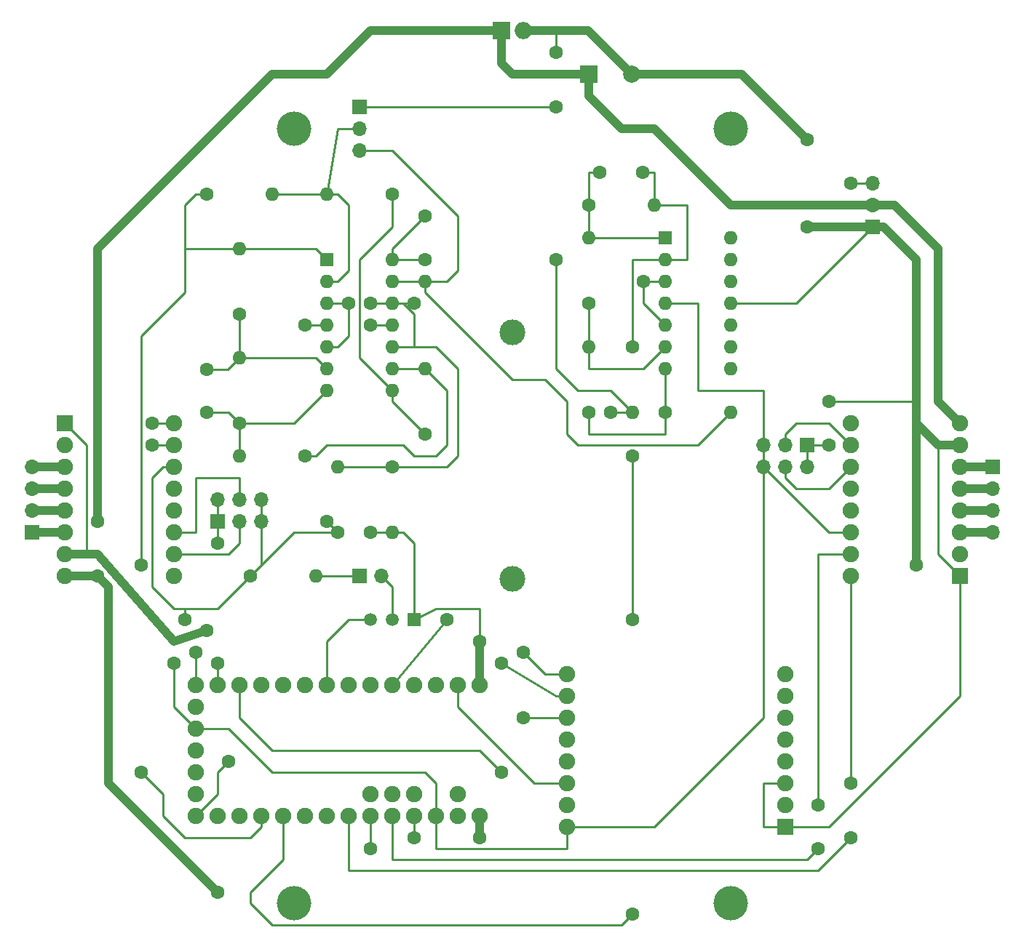
<source format=gbr>
G04 #@! TF.FileFunction,Copper,L2,Bot,Signal*
%FSLAX46Y46*%
G04 Gerber Fmt 4.6, Leading zero omitted, Abs format (unit mm)*
G04 Created by KiCad (PCBNEW 4.0.2-stable) date 6/22/2017 12:23:36 PM*
%MOMM*%
G01*
G04 APERTURE LIST*
%ADD10C,0.100000*%
%ADD11C,4.000000*%
%ADD12C,3.000000*%
%ADD13C,1.600000*%
%ADD14R,2.000000X2.000000*%
%ADD15C,2.000000*%
%ADD16R,1.700000X1.700000*%
%ADD17O,1.700000X1.700000*%
%ADD18O,1.998980X1.998980*%
%ADD19R,1.998980X1.998980*%
%ADD20C,1.520000*%
%ADD21R,1.520000X1.520000*%
%ADD22O,1.600000X1.600000*%
%ADD23C,1.900000*%
%ADD24R,1.600000X1.600000*%
%ADD25R,1.900000X1.900000*%
%ADD26C,0.250000*%
%ADD27C,1.000000*%
G04 APERTURE END LIST*
D10*
D11*
X163830000Y-52070000D03*
X113030000Y-52070000D03*
X113030000Y-142240000D03*
D12*
X138430000Y-75750000D03*
X138430000Y-104400000D03*
D13*
X102870000Y-85090000D03*
X102870000Y-80090000D03*
X148590000Y-57150000D03*
X153590000Y-57150000D03*
D14*
X147320000Y-45720000D03*
D15*
X152320000Y-45720000D03*
D16*
X120650000Y-49530000D03*
D17*
X120650000Y-52070000D03*
X120650000Y-54610000D03*
D16*
X180340000Y-63500000D03*
D17*
X180340000Y-60960000D03*
X180340000Y-58420000D03*
D18*
X139700000Y-40640000D03*
D19*
X137160000Y-40640000D03*
D16*
X120650000Y-104140000D03*
D17*
X123190000Y-104140000D03*
D16*
X82550000Y-99060000D03*
D17*
X82550000Y-96520000D03*
X82550000Y-93980000D03*
X82550000Y-91440000D03*
D16*
X194310000Y-91440000D03*
D17*
X194310000Y-93980000D03*
X194310000Y-96520000D03*
X194310000Y-99060000D03*
D20*
X124460000Y-109220000D03*
X121920000Y-109220000D03*
D21*
X127000000Y-109220000D03*
D13*
X106680000Y-73660000D03*
D22*
X106680000Y-66040000D03*
D13*
X106680000Y-86360000D03*
D22*
X106680000Y-78740000D03*
D13*
X114300000Y-90170000D03*
D22*
X106680000Y-90170000D03*
D13*
X128270000Y-87630000D03*
D22*
X128270000Y-80010000D03*
D13*
X152400000Y-77470000D03*
D22*
X152400000Y-85090000D03*
D13*
X147320000Y-60960000D03*
D22*
X154940000Y-60960000D03*
D13*
X147320000Y-72390000D03*
D22*
X147320000Y-64770000D03*
D13*
X147320000Y-85090000D03*
D22*
X147320000Y-77470000D03*
D13*
X107950000Y-104140000D03*
D22*
X115570000Y-104140000D03*
D13*
X124460000Y-59690000D03*
D22*
X116840000Y-59690000D03*
D13*
X156210000Y-85090000D03*
D22*
X163830000Y-85090000D03*
D13*
X118110000Y-99060000D03*
D22*
X118110000Y-91440000D03*
D13*
X124460000Y-91440000D03*
D22*
X124460000Y-99060000D03*
D13*
X102870000Y-59690000D03*
D22*
X110490000Y-59690000D03*
D13*
X128270000Y-62230000D03*
D22*
X128270000Y-69850000D03*
D23*
X121920000Y-129540000D03*
X124460000Y-129540000D03*
X127000000Y-129540000D03*
X132080000Y-129540000D03*
X101600000Y-119380000D03*
X101600000Y-121920000D03*
X101600000Y-124460000D03*
X101600000Y-127000000D03*
X101600000Y-129540000D03*
X132080000Y-116840000D03*
X129540000Y-116840000D03*
X127000000Y-116840000D03*
X124460000Y-116840000D03*
X121920000Y-116840000D03*
X119380000Y-116840000D03*
X116840000Y-116840000D03*
X114300000Y-116840000D03*
X111760000Y-116840000D03*
X109220000Y-116840000D03*
X106680000Y-116840000D03*
X104140000Y-116840000D03*
X101600000Y-116840000D03*
X101600000Y-132080000D03*
X104140000Y-132080000D03*
X106680000Y-132080000D03*
X109220000Y-132080000D03*
X111760000Y-132080000D03*
X114300000Y-132080000D03*
X116840000Y-132080000D03*
X119380000Y-132080000D03*
X121920000Y-132080000D03*
X124460000Y-132080000D03*
X127000000Y-132080000D03*
X129540000Y-132080000D03*
X132080000Y-132080000D03*
X134620000Y-132080000D03*
X134620000Y-116840000D03*
D24*
X116840000Y-67310000D03*
D22*
X124460000Y-82550000D03*
X116840000Y-69850000D03*
X124460000Y-80010000D03*
X116840000Y-72390000D03*
X124460000Y-77470000D03*
X116840000Y-74930000D03*
X124460000Y-74930000D03*
X116840000Y-77470000D03*
X124460000Y-72390000D03*
X116840000Y-80010000D03*
X124460000Y-69850000D03*
X116840000Y-82550000D03*
X124460000Y-67310000D03*
D24*
X156210000Y-64770000D03*
D22*
X163830000Y-80010000D03*
X156210000Y-67310000D03*
X163830000Y-77470000D03*
X156210000Y-69850000D03*
X163830000Y-74930000D03*
X156210000Y-72390000D03*
X163830000Y-72390000D03*
X156210000Y-74930000D03*
X163830000Y-69850000D03*
X156210000Y-77470000D03*
X163830000Y-67310000D03*
X156210000Y-80010000D03*
X163830000Y-64770000D03*
D16*
X104140000Y-97790000D03*
D17*
X104140000Y-95250000D03*
X106680000Y-97790000D03*
X106680000Y-95250000D03*
X109220000Y-97790000D03*
X109220000Y-95250000D03*
D16*
X172720000Y-88900000D03*
D17*
X172720000Y-91440000D03*
X170180000Y-88900000D03*
X170180000Y-91440000D03*
X167640000Y-88900000D03*
X167640000Y-91440000D03*
D11*
X163830000Y-142240000D03*
D23*
X177800000Y-86360000D03*
X177800000Y-88900000D03*
X177800000Y-91440000D03*
X177800000Y-93980000D03*
X177800000Y-96520000D03*
X177800000Y-99060000D03*
X177800000Y-101600000D03*
X177800000Y-104140000D03*
D25*
X190500000Y-104140000D03*
D23*
X190500000Y-101600000D03*
X190500000Y-99060000D03*
X190500000Y-96520000D03*
X190500000Y-93980000D03*
X190500000Y-91440000D03*
X190500000Y-88900000D03*
X190500000Y-86360000D03*
X99060000Y-104140000D03*
X99060000Y-101600000D03*
X99060000Y-99060000D03*
X99060000Y-96520000D03*
X99060000Y-93980000D03*
X99060000Y-91440000D03*
X99060000Y-88900000D03*
X99060000Y-86360000D03*
D25*
X86360000Y-86360000D03*
D23*
X86360000Y-88900000D03*
X86360000Y-91440000D03*
X86360000Y-93980000D03*
X86360000Y-96520000D03*
X86360000Y-99060000D03*
X86360000Y-101600000D03*
X86360000Y-104140000D03*
X144780000Y-115570000D03*
X144780000Y-118110000D03*
X144780000Y-120650000D03*
X144780000Y-123190000D03*
X144780000Y-125730000D03*
X144780000Y-128270000D03*
X144780000Y-130810000D03*
X144780000Y-133350000D03*
D25*
X170180000Y-133350000D03*
D23*
X170180000Y-130810000D03*
X170180000Y-128270000D03*
X170180000Y-125730000D03*
X170180000Y-123190000D03*
X170180000Y-120650000D03*
X170180000Y-118110000D03*
X170180000Y-115570000D03*
D13*
X90170000Y-97790000D03*
X134620000Y-134620000D03*
X104140000Y-140970000D03*
X90170000Y-104140000D03*
X143510000Y-43180000D03*
X143510000Y-49530000D03*
X172720000Y-63500000D03*
X172720000Y-53340000D03*
X121920000Y-99060000D03*
X121920000Y-74930000D03*
X134620000Y-111760000D03*
X104140000Y-100330000D03*
X102870000Y-110490000D03*
X185420000Y-102870000D03*
X175260000Y-83820000D03*
X175260000Y-88900000D03*
X177800000Y-58420000D03*
X130810000Y-109220000D03*
X95250000Y-127000000D03*
X95250000Y-102870000D03*
X149860000Y-85090000D03*
X152400000Y-90170000D03*
X152400000Y-109220000D03*
X152400000Y-143510000D03*
X143510000Y-67310000D03*
X128270000Y-67310000D03*
X100330000Y-109220000D03*
X99060000Y-114300000D03*
X116840000Y-97790000D03*
X114300000Y-74930000D03*
X121920000Y-72390000D03*
X119380000Y-72390000D03*
X127000000Y-72390000D03*
X153670000Y-69850000D03*
X137160000Y-127000000D03*
X104140000Y-114300000D03*
X137160000Y-114300000D03*
X101600000Y-113030000D03*
X139700000Y-113030000D03*
X105410000Y-125730000D03*
X139700000Y-120650000D03*
X177800000Y-128270000D03*
X177800000Y-134620000D03*
X96520000Y-86360000D03*
X121920000Y-135890000D03*
X173990000Y-135890000D03*
X173990000Y-130810000D03*
X96520000Y-88900000D03*
X127000000Y-134620000D03*
D26*
X106680000Y-86360000D02*
X106680000Y-90170000D01*
X106680000Y-86360000D02*
X113030000Y-86360000D01*
X113030000Y-86360000D02*
X116840000Y-82550000D01*
X102870000Y-85090000D02*
X105410000Y-85090000D01*
X105410000Y-85090000D02*
X106680000Y-86360000D01*
X106680000Y-78740000D02*
X115570000Y-78740000D01*
X115570000Y-78740000D02*
X116840000Y-80010000D01*
X102870000Y-80090000D02*
X105330000Y-80090000D01*
X105330000Y-80090000D02*
X106680000Y-78740000D01*
X106680000Y-73660000D02*
X106680000Y-78740000D01*
X148590000Y-57150000D02*
X147320000Y-57150000D01*
X147320000Y-57150000D02*
X147320000Y-60960000D01*
X147320000Y-60960000D02*
X147320000Y-64770000D01*
X147320000Y-64770000D02*
X156210000Y-64770000D01*
X152400000Y-77470000D02*
X152400000Y-67310000D01*
X152400000Y-67310000D02*
X156210000Y-67310000D01*
X154940000Y-60960000D02*
X158750000Y-60960000D01*
X158750000Y-67310000D02*
X156210000Y-67310000D01*
X158750000Y-60960000D02*
X158750000Y-67310000D01*
X153590000Y-57150000D02*
X154940000Y-57150000D01*
X154940000Y-57150000D02*
X154940000Y-60960000D01*
D27*
X90170000Y-104140000D02*
X86360000Y-104140000D01*
X121920000Y-40640000D02*
X116840000Y-45720000D01*
X116840000Y-45720000D02*
X110490000Y-45720000D01*
X110490000Y-45720000D02*
X90170000Y-66040000D01*
X90170000Y-66040000D02*
X90170000Y-97790000D01*
X137160000Y-40640000D02*
X121920000Y-40640000D01*
X134620000Y-134620000D02*
X134620000Y-132080000D01*
X91440000Y-128270000D02*
X104140000Y-140970000D01*
X91440000Y-105410000D02*
X91440000Y-128270000D01*
X90170000Y-104140000D02*
X91440000Y-105410000D01*
X147320000Y-45720000D02*
X147320000Y-48260000D01*
X163830000Y-60960000D02*
X180340000Y-60960000D01*
X154940000Y-52070000D02*
X163830000Y-60960000D01*
X151130000Y-52070000D02*
X154940000Y-52070000D01*
X147320000Y-48260000D02*
X151130000Y-52070000D01*
X138430000Y-45720000D02*
X140970000Y-45720000D01*
X180340000Y-60960000D02*
X182880000Y-60960000D01*
X182880000Y-60960000D02*
X187960000Y-66040000D01*
X187960000Y-66040000D02*
X187960000Y-83820000D01*
X187960000Y-83820000D02*
X190500000Y-86360000D01*
X137160000Y-40640000D02*
X137160000Y-44450000D01*
X138430000Y-45720000D02*
X140970000Y-45720000D01*
X140970000Y-45720000D02*
X147320000Y-45720000D01*
X137160000Y-44450000D02*
X138430000Y-45720000D01*
D26*
X120650000Y-49530000D02*
X143510000Y-49530000D01*
X143510000Y-43180000D02*
X143510000Y-40640000D01*
D27*
X152320000Y-45720000D02*
X165100000Y-45720000D01*
X172720000Y-63500000D02*
X180340000Y-63500000D01*
X165100000Y-45720000D02*
X172720000Y-53340000D01*
D26*
X170180000Y-128270000D02*
X167640000Y-128270000D01*
X167640000Y-133350000D02*
X170180000Y-133350000D01*
X167640000Y-128270000D02*
X167640000Y-133350000D01*
X124460000Y-74930000D02*
X121920000Y-74930000D01*
X121920000Y-99060000D02*
X124460000Y-99060000D01*
D27*
X134620000Y-116840000D02*
X134620000Y-111760000D01*
D26*
X104140000Y-97790000D02*
X104140000Y-100330000D01*
X88900000Y-101600000D02*
X88900000Y-88900000D01*
X88900000Y-88900000D02*
X86360000Y-86360000D01*
D27*
X180340000Y-63500000D02*
X181610000Y-63500000D01*
X181610000Y-63500000D02*
X185420000Y-67310000D01*
X185420000Y-67310000D02*
X185420000Y-83820000D01*
X86360000Y-101600000D02*
X88900000Y-101600000D01*
X88900000Y-101600000D02*
X90170000Y-101600000D01*
X99060000Y-111760000D02*
X102870000Y-110490000D01*
X90170000Y-101600000D02*
X99060000Y-111760000D01*
X185420000Y-102870000D02*
X185420000Y-86360000D01*
D26*
X104140000Y-95250000D02*
X104140000Y-97790000D01*
X163830000Y-72390000D02*
X171450000Y-72390000D01*
X171450000Y-72390000D02*
X180340000Y-63500000D01*
X170180000Y-133350000D02*
X175260000Y-133350000D01*
X190500000Y-118110000D02*
X190500000Y-104140000D01*
X175260000Y-133350000D02*
X190500000Y-118110000D01*
X172720000Y-88900000D02*
X175260000Y-88900000D01*
X175260000Y-83820000D02*
X185420000Y-83820000D01*
X172720000Y-88900000D02*
X172720000Y-91440000D01*
X187960000Y-88900000D02*
X187960000Y-101600000D01*
X187960000Y-101600000D02*
X190500000Y-104140000D01*
D27*
X187960000Y-88900000D02*
X190500000Y-88900000D01*
X185420000Y-86360000D02*
X187960000Y-88900000D01*
X185420000Y-83820000D02*
X185420000Y-86360000D01*
D26*
X127000000Y-109220000D02*
X129540000Y-107950000D01*
X134620000Y-107950000D02*
X134620000Y-116840000D01*
X129540000Y-107950000D02*
X134620000Y-107950000D01*
X124460000Y-99060000D02*
X125730000Y-99060000D01*
X127000000Y-100330000D02*
X127000000Y-109220000D01*
X125730000Y-99060000D02*
X127000000Y-100330000D01*
D27*
X139700000Y-40640000D02*
X143510000Y-40640000D01*
X143510000Y-40640000D02*
X147240000Y-40640000D01*
X147240000Y-40640000D02*
X152320000Y-45720000D01*
D26*
X120650000Y-52070000D02*
X118110000Y-52070000D01*
X118110000Y-52070000D02*
X116840000Y-59690000D01*
X118110000Y-52070000D02*
X118110000Y-52070000D01*
X110490000Y-59690000D02*
X116840000Y-59690000D01*
X116840000Y-59690000D02*
X118110000Y-59690000D01*
X118110000Y-69850000D02*
X116840000Y-69850000D01*
X119380000Y-68580000D02*
X118110000Y-69850000D01*
X119380000Y-60960000D02*
X119380000Y-62230000D01*
X119380000Y-62230000D02*
X119380000Y-68580000D01*
X118110000Y-59690000D02*
X119380000Y-60960000D01*
X120650000Y-54610000D02*
X124460000Y-54610000D01*
X130810000Y-69850000D02*
X128270000Y-69850000D01*
X132080000Y-68580000D02*
X130810000Y-69850000D01*
X132080000Y-62230000D02*
X132080000Y-68580000D01*
X124460000Y-54610000D02*
X132080000Y-62230000D01*
X128270000Y-69850000D02*
X124460000Y-69850000D01*
X128270000Y-69850000D02*
X128270000Y-71120000D01*
X160020000Y-88900000D02*
X163830000Y-85090000D01*
X146050000Y-88900000D02*
X160020000Y-88900000D01*
X144780000Y-87630000D02*
X146050000Y-88900000D01*
X144780000Y-83820000D02*
X144780000Y-87630000D01*
X142240000Y-81280000D02*
X144780000Y-83820000D01*
X138430000Y-81280000D02*
X142240000Y-81280000D01*
X128270000Y-71120000D02*
X138430000Y-81280000D01*
X124460000Y-116840000D02*
X130810000Y-109220000D01*
X177800000Y-58420000D02*
X180340000Y-58420000D01*
X115570000Y-104140000D02*
X120650000Y-104140000D01*
X123190000Y-104140000D02*
X124460000Y-105410000D01*
X124460000Y-105410000D02*
X124460000Y-109220000D01*
D27*
X82550000Y-99060000D02*
X86360000Y-99060000D01*
X82550000Y-96520000D02*
X86360000Y-96520000D01*
X82550000Y-93980000D02*
X86360000Y-93980000D01*
X82550000Y-91440000D02*
X86360000Y-91440000D01*
X190500000Y-91440000D02*
X194310000Y-91440000D01*
X190500000Y-93980000D02*
X194310000Y-93980000D01*
X190500000Y-96520000D02*
X194310000Y-96520000D01*
X190500000Y-99060000D02*
X194310000Y-99060000D01*
D26*
X121920000Y-109220000D02*
X119380000Y-109220000D01*
X116840000Y-111760000D02*
X116840000Y-116840000D01*
X119380000Y-109220000D02*
X116840000Y-111760000D01*
X100330000Y-66040000D02*
X100330000Y-71120000D01*
X109220000Y-133350000D02*
X109220000Y-132080000D01*
X107950000Y-134620000D02*
X109220000Y-133350000D01*
X100330000Y-134620000D02*
X107950000Y-134620000D01*
X97790000Y-132080000D02*
X100330000Y-134620000D01*
X97790000Y-129540000D02*
X97790000Y-132080000D01*
X95250000Y-127000000D02*
X97790000Y-129540000D01*
X95250000Y-76200000D02*
X95250000Y-102870000D01*
X100330000Y-71120000D02*
X95250000Y-76200000D01*
X100330000Y-66040000D02*
X106680000Y-66040000D01*
X100330000Y-60960000D02*
X100330000Y-66040000D01*
X101600000Y-59690000D02*
X100330000Y-60960000D01*
X106680000Y-66040000D02*
X115570000Y-66040000D01*
X115570000Y-66040000D02*
X116840000Y-67310000D01*
X102870000Y-59690000D02*
X101600000Y-59690000D01*
X114300000Y-90170000D02*
X115570000Y-90170000D01*
X130810000Y-82550000D02*
X128270000Y-80010000D01*
X130810000Y-88900000D02*
X130810000Y-82550000D01*
X129540000Y-90170000D02*
X130810000Y-88900000D01*
X127000000Y-90170000D02*
X129540000Y-90170000D01*
X125730000Y-88900000D02*
X127000000Y-90170000D01*
X116840000Y-88900000D02*
X125730000Y-88900000D01*
X115570000Y-90170000D02*
X116840000Y-88900000D01*
X124460000Y-80010000D02*
X128270000Y-80010000D01*
X124460000Y-59690000D02*
X124460000Y-63500000D01*
X120650000Y-78740000D02*
X124460000Y-82550000D01*
X120650000Y-67310000D02*
X120650000Y-78740000D01*
X124460000Y-63500000D02*
X120650000Y-67310000D01*
X124460000Y-82550000D02*
X124460000Y-83820000D01*
X124460000Y-83820000D02*
X128270000Y-87630000D01*
X111760000Y-132080000D02*
X111760000Y-137160000D01*
X149860000Y-85090000D02*
X152400000Y-85090000D01*
X152400000Y-109220000D02*
X152400000Y-90170000D01*
X151130000Y-144780000D02*
X152400000Y-143510000D01*
X110490000Y-144780000D02*
X151130000Y-144780000D01*
X107950000Y-142240000D02*
X110490000Y-144780000D01*
X107950000Y-140970000D02*
X107950000Y-142240000D01*
X111760000Y-137160000D02*
X107950000Y-140970000D01*
X124460000Y-67310000D02*
X124460000Y-66040000D01*
X124460000Y-66040000D02*
X128270000Y-62230000D01*
X124460000Y-67310000D02*
X128270000Y-67310000D01*
X149860000Y-82550000D02*
X152400000Y-85090000D01*
X146050000Y-82550000D02*
X149860000Y-82550000D01*
X143510000Y-80010000D02*
X146050000Y-82550000D01*
X143510000Y-67310000D02*
X143510000Y-80010000D01*
X147320000Y-77470000D02*
X147320000Y-80010000D01*
X153670000Y-80010000D02*
X156210000Y-77470000D01*
X147320000Y-80010000D02*
X153670000Y-80010000D01*
X147320000Y-72390000D02*
X147320000Y-77470000D01*
X156210000Y-80010000D02*
X156210000Y-85090000D01*
X147320000Y-85090000D02*
X147320000Y-87630000D01*
X156210000Y-87630000D02*
X156210000Y-85090000D01*
X147320000Y-87630000D02*
X156210000Y-87630000D01*
X101600000Y-121920000D02*
X105410000Y-121920000D01*
X129540000Y-128270000D02*
X129540000Y-132080000D01*
X128270000Y-127000000D02*
X129540000Y-128270000D01*
X110490000Y-127000000D02*
X128270000Y-127000000D01*
X105410000Y-121920000D02*
X110490000Y-127000000D01*
X101600000Y-121920000D02*
X99060000Y-119380000D01*
X100330000Y-109220000D02*
X100330000Y-107950000D01*
X99060000Y-119380000D02*
X99060000Y-114300000D01*
X116840000Y-74930000D02*
X114300000Y-74930000D01*
X116840000Y-97790000D02*
X118110000Y-99060000D01*
X99060000Y-91440000D02*
X97790000Y-91440000D01*
X104140000Y-107950000D02*
X107950000Y-104140000D01*
X99060000Y-107950000D02*
X100330000Y-107950000D01*
X100330000Y-107950000D02*
X104140000Y-107950000D01*
X96520000Y-105410000D02*
X99060000Y-107950000D01*
X96520000Y-92710000D02*
X96520000Y-105410000D01*
X97790000Y-91440000D02*
X96520000Y-92710000D01*
X109220000Y-97790000D02*
X109220000Y-102870000D01*
X109220000Y-102870000D02*
X107950000Y-104140000D01*
X109220000Y-95250000D02*
X109220000Y-97790000D01*
X144780000Y-133350000D02*
X154940000Y-133350000D01*
X167640000Y-120650000D02*
X167640000Y-91440000D01*
X154940000Y-133350000D02*
X167640000Y-120650000D01*
X129540000Y-132080000D02*
X129540000Y-135890000D01*
X129540000Y-135890000D02*
X144780000Y-135890000D01*
X144780000Y-135890000D02*
X144780000Y-133350000D01*
X156210000Y-72390000D02*
X160020000Y-72390000D01*
X167640000Y-82550000D02*
X160020000Y-82550000D01*
X160020000Y-82550000D02*
X160020000Y-72390000D01*
X167640000Y-82550000D02*
X167640000Y-88900000D01*
X167640000Y-91440000D02*
X175260000Y-99060000D01*
X175260000Y-99060000D02*
X177800000Y-99060000D01*
X167640000Y-88900000D02*
X167640000Y-91440000D01*
X118110000Y-99060000D02*
X113030000Y-99060000D01*
X113030000Y-99060000D02*
X107950000Y-104140000D01*
X153670000Y-69850000D02*
X153670000Y-72390000D01*
X153670000Y-72390000D02*
X156210000Y-74930000D01*
X116840000Y-77470000D02*
X118110000Y-77470000D01*
X119380000Y-76200000D02*
X119380000Y-72390000D01*
X118110000Y-77470000D02*
X119380000Y-76200000D01*
X116840000Y-72390000D02*
X119380000Y-72390000D01*
X121920000Y-72390000D02*
X124460000Y-72390000D01*
X124460000Y-72390000D02*
X125730000Y-72390000D01*
X127000000Y-73660000D02*
X127000000Y-77470000D01*
X125730000Y-72390000D02*
X127000000Y-73660000D01*
X124460000Y-91440000D02*
X130810000Y-91440000D01*
X130810000Y-91440000D02*
X132080000Y-90170000D01*
X132080000Y-90170000D02*
X132080000Y-80010000D01*
X132080000Y-80010000D02*
X129540000Y-77470000D01*
X129540000Y-77470000D02*
X127000000Y-77470000D01*
X127000000Y-77470000D02*
X124460000Y-77470000D01*
X118110000Y-91440000D02*
X124460000Y-91440000D01*
X156210000Y-69850000D02*
X153670000Y-69850000D01*
X127000000Y-72390000D02*
X124460000Y-72390000D01*
X144780000Y-128270000D02*
X140970000Y-128270000D01*
X132080000Y-119380000D02*
X132080000Y-116840000D01*
X140970000Y-128270000D02*
X132080000Y-119380000D01*
X106680000Y-116840000D02*
X106680000Y-120650000D01*
X134620000Y-124460000D02*
X137160000Y-127000000D01*
X110490000Y-124460000D02*
X134620000Y-124460000D01*
X106680000Y-120650000D02*
X110490000Y-124460000D01*
X144780000Y-118110000D02*
X143510000Y-118110000D01*
X104140000Y-114300000D02*
X104140000Y-116840000D01*
X143510000Y-118110000D02*
X137160000Y-114300000D01*
X144780000Y-115570000D02*
X142240000Y-115570000D01*
X101600000Y-114300000D02*
X101600000Y-116840000D01*
X101600000Y-113030000D02*
X101600000Y-114300000D01*
X142240000Y-115570000D02*
X139700000Y-113030000D01*
X144780000Y-120650000D02*
X139700000Y-120650000D01*
X104140000Y-129540000D02*
X101600000Y-132080000D01*
X104140000Y-127000000D02*
X104140000Y-129540000D01*
X105410000Y-125730000D02*
X104140000Y-127000000D01*
X119380000Y-132080000D02*
X119380000Y-133350000D01*
X177800000Y-128270000D02*
X177800000Y-104140000D01*
X173990000Y-138430000D02*
X177800000Y-134620000D01*
X119380000Y-138430000D02*
X173990000Y-138430000D01*
X119380000Y-133350000D02*
X119380000Y-138430000D01*
X99060000Y-86360000D02*
X96520000Y-86360000D01*
X121920000Y-133350000D02*
X121920000Y-132080000D01*
X121920000Y-135890000D02*
X121920000Y-133350000D01*
X177800000Y-101600000D02*
X173990000Y-101600000D01*
X124460000Y-134620000D02*
X124460000Y-132080000D01*
X124460000Y-137160000D02*
X124460000Y-134620000D01*
X172720000Y-137160000D02*
X124460000Y-137160000D01*
X173990000Y-135890000D02*
X172720000Y-137160000D01*
X173990000Y-101600000D02*
X173990000Y-130810000D01*
X99060000Y-88900000D02*
X96520000Y-88900000D01*
X127000000Y-134620000D02*
X127000000Y-132080000D01*
X106680000Y-97790000D02*
X106680000Y-100330000D01*
X105410000Y-101600000D02*
X99060000Y-101600000D01*
X106680000Y-100330000D02*
X105410000Y-101600000D01*
X106680000Y-95250000D02*
X106680000Y-92710000D01*
X101600000Y-99060000D02*
X99060000Y-99060000D01*
X101600000Y-92710000D02*
X101600000Y-99060000D01*
X106680000Y-92710000D02*
X101600000Y-92710000D01*
X170180000Y-88900000D02*
X170180000Y-87630000D01*
X175260000Y-86360000D02*
X177800000Y-88900000D01*
X171450000Y-86360000D02*
X175260000Y-86360000D01*
X170180000Y-87630000D02*
X171450000Y-86360000D01*
X170180000Y-91440000D02*
X170180000Y-92710000D01*
X175260000Y-93980000D02*
X177800000Y-91440000D01*
X171450000Y-93980000D02*
X175260000Y-93980000D01*
X170180000Y-92710000D02*
X171450000Y-93980000D01*
M02*

</source>
